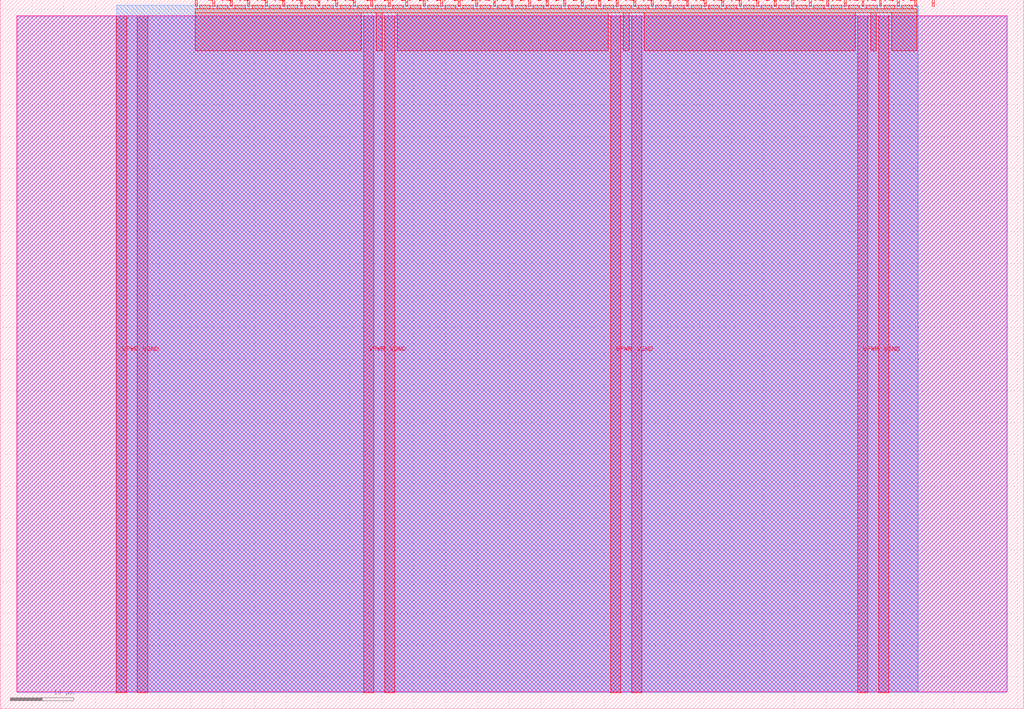
<source format=lef>
VERSION 5.7 ;
  NOWIREEXTENSIONATPIN ON ;
  DIVIDERCHAR "/" ;
  BUSBITCHARS "[]" ;
MACRO tt_um_updown_counter
  CLASS BLOCK ;
  FOREIGN tt_um_updown_counter ;
  ORIGIN 0.000 0.000 ;
  SIZE 161.000 BY 111.520 ;
  PIN VGND
    DIRECTION INOUT ;
    USE GROUND ;
    PORT
      LAYER met4 ;
        RECT 21.580 2.480 23.180 109.040 ;
    END
    PORT
      LAYER met4 ;
        RECT 60.450 2.480 62.050 109.040 ;
    END
    PORT
      LAYER met4 ;
        RECT 99.320 2.480 100.920 109.040 ;
    END
    PORT
      LAYER met4 ;
        RECT 138.190 2.480 139.790 109.040 ;
    END
  END VGND
  PIN VPWR
    DIRECTION INOUT ;
    USE POWER ;
    PORT
      LAYER met4 ;
        RECT 18.280 2.480 19.880 109.040 ;
    END
    PORT
      LAYER met4 ;
        RECT 57.150 2.480 58.750 109.040 ;
    END
    PORT
      LAYER met4 ;
        RECT 96.020 2.480 97.620 109.040 ;
    END
    PORT
      LAYER met4 ;
        RECT 134.890 2.480 136.490 109.040 ;
    END
  END VPWR
  PIN clk
    DIRECTION INPUT ;
    USE SIGNAL ;
    ANTENNAGATEAREA 0.852000 ;
    PORT
      LAYER met4 ;
        RECT 143.830 110.520 144.130 111.520 ;
    END
  END clk
  PIN ena
    DIRECTION INPUT ;
    USE SIGNAL ;
    PORT
      LAYER met4 ;
        RECT 146.590 110.520 146.890 111.520 ;
    END
  END ena
  PIN rst_n
    DIRECTION INPUT ;
    USE SIGNAL ;
    ANTENNAGATEAREA 0.213000 ;
    PORT
      LAYER met4 ;
        RECT 141.070 110.520 141.370 111.520 ;
    END
  END rst_n
  PIN ui_in[0]
    DIRECTION INPUT ;
    USE SIGNAL ;
    ANTENNAGATEAREA 0.196500 ;
    PORT
      LAYER met4 ;
        RECT 138.310 110.520 138.610 111.520 ;
    END
  END ui_in[0]
  PIN ui_in[1]
    DIRECTION INPUT ;
    USE SIGNAL ;
    ANTENNAGATEAREA 0.196500 ;
    PORT
      LAYER met4 ;
        RECT 135.550 110.520 135.850 111.520 ;
    END
  END ui_in[1]
  PIN ui_in[2]
    DIRECTION INPUT ;
    USE SIGNAL ;
    PORT
      LAYER met4 ;
        RECT 132.790 110.520 133.090 111.520 ;
    END
  END ui_in[2]
  PIN ui_in[3]
    DIRECTION INPUT ;
    USE SIGNAL ;
    PORT
      LAYER met4 ;
        RECT 130.030 110.520 130.330 111.520 ;
    END
  END ui_in[3]
  PIN ui_in[4]
    DIRECTION INPUT ;
    USE SIGNAL ;
    PORT
      LAYER met4 ;
        RECT 127.270 110.520 127.570 111.520 ;
    END
  END ui_in[4]
  PIN ui_in[5]
    DIRECTION INPUT ;
    USE SIGNAL ;
    PORT
      LAYER met4 ;
        RECT 124.510 110.520 124.810 111.520 ;
    END
  END ui_in[5]
  PIN ui_in[6]
    DIRECTION INPUT ;
    USE SIGNAL ;
    PORT
      LAYER met4 ;
        RECT 121.750 110.520 122.050 111.520 ;
    END
  END ui_in[6]
  PIN ui_in[7]
    DIRECTION INPUT ;
    USE SIGNAL ;
    PORT
      LAYER met4 ;
        RECT 118.990 110.520 119.290 111.520 ;
    END
  END ui_in[7]
  PIN uio_in[0]
    DIRECTION INPUT ;
    USE SIGNAL ;
    PORT
      LAYER met4 ;
        RECT 116.230 110.520 116.530 111.520 ;
    END
  END uio_in[0]
  PIN uio_in[1]
    DIRECTION INPUT ;
    USE SIGNAL ;
    PORT
      LAYER met4 ;
        RECT 113.470 110.520 113.770 111.520 ;
    END
  END uio_in[1]
  PIN uio_in[2]
    DIRECTION INPUT ;
    USE SIGNAL ;
    PORT
      LAYER met4 ;
        RECT 110.710 110.520 111.010 111.520 ;
    END
  END uio_in[2]
  PIN uio_in[3]
    DIRECTION INPUT ;
    USE SIGNAL ;
    PORT
      LAYER met4 ;
        RECT 107.950 110.520 108.250 111.520 ;
    END
  END uio_in[3]
  PIN uio_in[4]
    DIRECTION INPUT ;
    USE SIGNAL ;
    PORT
      LAYER met4 ;
        RECT 105.190 110.520 105.490 111.520 ;
    END
  END uio_in[4]
  PIN uio_in[5]
    DIRECTION INPUT ;
    USE SIGNAL ;
    PORT
      LAYER met4 ;
        RECT 102.430 110.520 102.730 111.520 ;
    END
  END uio_in[5]
  PIN uio_in[6]
    DIRECTION INPUT ;
    USE SIGNAL ;
    PORT
      LAYER met4 ;
        RECT 99.670 110.520 99.970 111.520 ;
    END
  END uio_in[6]
  PIN uio_in[7]
    DIRECTION INPUT ;
    USE SIGNAL ;
    PORT
      LAYER met4 ;
        RECT 96.910 110.520 97.210 111.520 ;
    END
  END uio_in[7]
  PIN uio_oe[0]
    DIRECTION OUTPUT ;
    USE SIGNAL ;
    PORT
      LAYER met4 ;
        RECT 49.990 110.520 50.290 111.520 ;
    END
  END uio_oe[0]
  PIN uio_oe[1]
    DIRECTION OUTPUT ;
    USE SIGNAL ;
    PORT
      LAYER met4 ;
        RECT 47.230 110.520 47.530 111.520 ;
    END
  END uio_oe[1]
  PIN uio_oe[2]
    DIRECTION OUTPUT ;
    USE SIGNAL ;
    PORT
      LAYER met4 ;
        RECT 44.470 110.520 44.770 111.520 ;
    END
  END uio_oe[2]
  PIN uio_oe[3]
    DIRECTION OUTPUT ;
    USE SIGNAL ;
    PORT
      LAYER met4 ;
        RECT 41.710 110.520 42.010 111.520 ;
    END
  END uio_oe[3]
  PIN uio_oe[4]
    DIRECTION OUTPUT ;
    USE SIGNAL ;
    PORT
      LAYER met4 ;
        RECT 38.950 110.520 39.250 111.520 ;
    END
  END uio_oe[4]
  PIN uio_oe[5]
    DIRECTION OUTPUT ;
    USE SIGNAL ;
    PORT
      LAYER met4 ;
        RECT 36.190 110.520 36.490 111.520 ;
    END
  END uio_oe[5]
  PIN uio_oe[6]
    DIRECTION OUTPUT ;
    USE SIGNAL ;
    PORT
      LAYER met4 ;
        RECT 33.430 110.520 33.730 111.520 ;
    END
  END uio_oe[6]
  PIN uio_oe[7]
    DIRECTION OUTPUT ;
    USE SIGNAL ;
    PORT
      LAYER met4 ;
        RECT 30.670 110.520 30.970 111.520 ;
    END
  END uio_oe[7]
  PIN uio_out[0]
    DIRECTION OUTPUT ;
    USE SIGNAL ;
    PORT
      LAYER met4 ;
        RECT 72.070 110.520 72.370 111.520 ;
    END
  END uio_out[0]
  PIN uio_out[1]
    DIRECTION OUTPUT ;
    USE SIGNAL ;
    PORT
      LAYER met4 ;
        RECT 69.310 110.520 69.610 111.520 ;
    END
  END uio_out[1]
  PIN uio_out[2]
    DIRECTION OUTPUT ;
    USE SIGNAL ;
    PORT
      LAYER met4 ;
        RECT 66.550 110.520 66.850 111.520 ;
    END
  END uio_out[2]
  PIN uio_out[3]
    DIRECTION OUTPUT ;
    USE SIGNAL ;
    PORT
      LAYER met4 ;
        RECT 63.790 110.520 64.090 111.520 ;
    END
  END uio_out[3]
  PIN uio_out[4]
    DIRECTION OUTPUT ;
    USE SIGNAL ;
    PORT
      LAYER met4 ;
        RECT 61.030 110.520 61.330 111.520 ;
    END
  END uio_out[4]
  PIN uio_out[5]
    DIRECTION OUTPUT ;
    USE SIGNAL ;
    PORT
      LAYER met4 ;
        RECT 58.270 110.520 58.570 111.520 ;
    END
  END uio_out[5]
  PIN uio_out[6]
    DIRECTION OUTPUT ;
    USE SIGNAL ;
    PORT
      LAYER met4 ;
        RECT 55.510 110.520 55.810 111.520 ;
    END
  END uio_out[6]
  PIN uio_out[7]
    DIRECTION OUTPUT ;
    USE SIGNAL ;
    PORT
      LAYER met4 ;
        RECT 52.750 110.520 53.050 111.520 ;
    END
  END uio_out[7]
  PIN uo_out[0]
    DIRECTION OUTPUT ;
    USE SIGNAL ;
    ANTENNAGATEAREA 1.237500 ;
    ANTENNADIFFAREA 0.891000 ;
    PORT
      LAYER met4 ;
        RECT 94.150 110.520 94.450 111.520 ;
    END
  END uo_out[0]
  PIN uo_out[1]
    DIRECTION OUTPUT ;
    USE SIGNAL ;
    ANTENNAGATEAREA 0.868500 ;
    ANTENNADIFFAREA 0.891000 ;
    PORT
      LAYER met4 ;
        RECT 91.390 110.520 91.690 111.520 ;
    END
  END uo_out[1]
  PIN uo_out[2]
    DIRECTION OUTPUT ;
    USE SIGNAL ;
    ANTENNAGATEAREA 0.747000 ;
    ANTENNADIFFAREA 0.891000 ;
    PORT
      LAYER met4 ;
        RECT 88.630 110.520 88.930 111.520 ;
    END
  END uo_out[2]
  PIN uo_out[3]
    DIRECTION OUTPUT ;
    USE SIGNAL ;
    ANTENNAGATEAREA 0.990000 ;
    ANTENNADIFFAREA 0.891000 ;
    PORT
      LAYER met4 ;
        RECT 85.870 110.520 86.170 111.520 ;
    END
  END uo_out[3]
  PIN uo_out[4]
    DIRECTION OUTPUT ;
    USE SIGNAL ;
    ANTENNAGATEAREA 0.747000 ;
    ANTENNADIFFAREA 0.891000 ;
    PORT
      LAYER met4 ;
        RECT 83.110 110.520 83.410 111.520 ;
    END
  END uo_out[4]
  PIN uo_out[5]
    DIRECTION OUTPUT ;
    USE SIGNAL ;
    ANTENNAGATEAREA 0.990000 ;
    ANTENNADIFFAREA 0.891000 ;
    PORT
      LAYER met4 ;
        RECT 80.350 110.520 80.650 111.520 ;
    END
  END uo_out[5]
  PIN uo_out[6]
    DIRECTION OUTPUT ;
    USE SIGNAL ;
    ANTENNAGATEAREA 0.499500 ;
    ANTENNADIFFAREA 0.891000 ;
    PORT
      LAYER met4 ;
        RECT 77.590 110.520 77.890 111.520 ;
    END
  END uo_out[6]
  PIN uo_out[7]
    DIRECTION OUTPUT ;
    USE SIGNAL ;
    ANTENNAGATEAREA 0.742500 ;
    ANTENNADIFFAREA 0.891000 ;
    PORT
      LAYER met4 ;
        RECT 74.830 110.520 75.130 111.520 ;
    END
  END uo_out[7]
  OBS
      LAYER nwell ;
        RECT 2.570 2.635 158.430 108.990 ;
      LAYER li1 ;
        RECT 2.760 2.635 158.240 108.885 ;
      LAYER met1 ;
        RECT 2.760 2.480 158.240 109.040 ;
      LAYER met2 ;
        RECT 18.310 2.535 144.350 110.685 ;
      LAYER met3 ;
        RECT 18.290 2.555 144.375 110.665 ;
      LAYER met4 ;
        RECT 31.370 110.120 33.030 110.665 ;
        RECT 34.130 110.120 35.790 110.665 ;
        RECT 36.890 110.120 38.550 110.665 ;
        RECT 39.650 110.120 41.310 110.665 ;
        RECT 42.410 110.120 44.070 110.665 ;
        RECT 45.170 110.120 46.830 110.665 ;
        RECT 47.930 110.120 49.590 110.665 ;
        RECT 50.690 110.120 52.350 110.665 ;
        RECT 53.450 110.120 55.110 110.665 ;
        RECT 56.210 110.120 57.870 110.665 ;
        RECT 58.970 110.120 60.630 110.665 ;
        RECT 61.730 110.120 63.390 110.665 ;
        RECT 64.490 110.120 66.150 110.665 ;
        RECT 67.250 110.120 68.910 110.665 ;
        RECT 70.010 110.120 71.670 110.665 ;
        RECT 72.770 110.120 74.430 110.665 ;
        RECT 75.530 110.120 77.190 110.665 ;
        RECT 78.290 110.120 79.950 110.665 ;
        RECT 81.050 110.120 82.710 110.665 ;
        RECT 83.810 110.120 85.470 110.665 ;
        RECT 86.570 110.120 88.230 110.665 ;
        RECT 89.330 110.120 90.990 110.665 ;
        RECT 92.090 110.120 93.750 110.665 ;
        RECT 94.850 110.120 96.510 110.665 ;
        RECT 97.610 110.120 99.270 110.665 ;
        RECT 100.370 110.120 102.030 110.665 ;
        RECT 103.130 110.120 104.790 110.665 ;
        RECT 105.890 110.120 107.550 110.665 ;
        RECT 108.650 110.120 110.310 110.665 ;
        RECT 111.410 110.120 113.070 110.665 ;
        RECT 114.170 110.120 115.830 110.665 ;
        RECT 116.930 110.120 118.590 110.665 ;
        RECT 119.690 110.120 121.350 110.665 ;
        RECT 122.450 110.120 124.110 110.665 ;
        RECT 125.210 110.120 126.870 110.665 ;
        RECT 127.970 110.120 129.630 110.665 ;
        RECT 130.730 110.120 132.390 110.665 ;
        RECT 133.490 110.120 135.150 110.665 ;
        RECT 136.250 110.120 137.910 110.665 ;
        RECT 139.010 110.120 140.670 110.665 ;
        RECT 141.770 110.120 143.430 110.665 ;
        RECT 30.655 109.440 144.145 110.120 ;
        RECT 30.655 103.535 56.750 109.440 ;
        RECT 59.150 103.535 60.050 109.440 ;
        RECT 62.450 103.535 95.620 109.440 ;
        RECT 98.020 103.535 98.920 109.440 ;
        RECT 101.320 103.535 134.490 109.440 ;
        RECT 136.890 103.535 137.790 109.440 ;
        RECT 140.190 103.535 144.145 109.440 ;
  END
END tt_um_updown_counter
END LIBRARY


</source>
